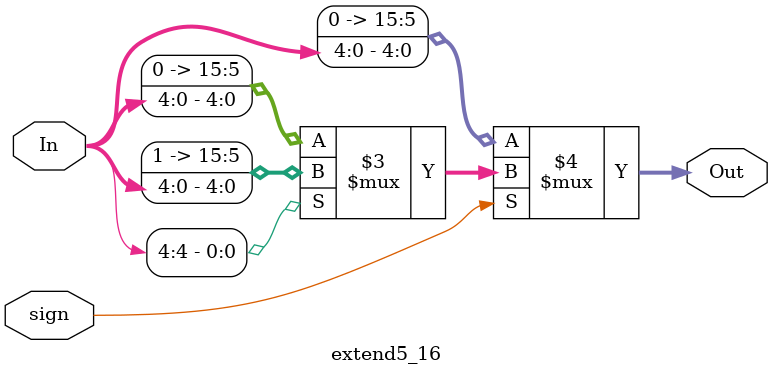
<source format=v>
module extend5_16(In, Out, sign);

//This unit takes a 5 bit input and either sign extends or
//zero extends the input to 16bits (sign = 1 = sign extension)
input sign;
input [4:0] In;
output [15:0] Out;

assign Out = (sign == 1) ? ((In[4] == 1'b1) ? {11'h7FF,In} : {11'h000,In}) : {11'h000,In};
			                
						 							   
endmodule
</source>
